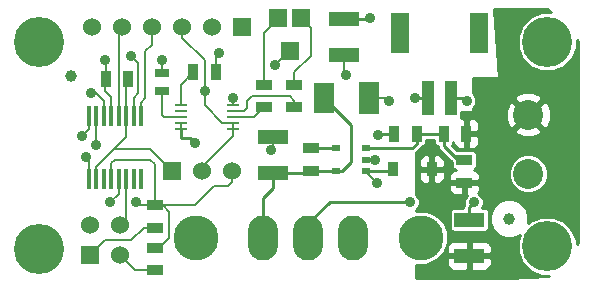
<source format=gtl>
G04 (created by PCBNEW (2013-04-19 BZR 4011)-stable) date 20/07/2014 14:52:58*
%MOIN*%
G04 Gerber Fmt 3.4, Leading zero omitted, Abs format*
%FSLAX34Y34*%
G01*
G70*
G90*
G04 APERTURE LIST*
%ADD10C,0*%
%ADD11R,0.0708661X0.0984252*%
%ADD12R,0.0708661X0.106299*%
%ADD13R,0.1X0.05*%
%ADD14R,0.055X0.035*%
%ADD15R,0.035X0.055*%
%ADD16R,0.0358X0.048*%
%ADD17C,0.0393701*%
%ADD18O,0.1X0.15*%
%ADD19C,0.15*%
%ADD20R,0.0393701X0.11811*%
%ADD21R,0.0590551X0.133858*%
%ADD22R,0.0590551X0.0590551*%
%ADD23R,0.06X0.06*%
%ADD24C,0.06*%
%ADD25R,0.0394X0.0106*%
%ADD26R,0.045X0.025*%
%ADD27R,0.03X0.02*%
%ADD28C,0.1*%
%ADD29C,0.167*%
%ADD30R,0.016X0.065*%
%ADD31C,0.035*%
%ADD32C,0.01*%
%ADD33C,0.008*%
G04 APERTURE END LIST*
G54D10*
G54D11*
X61850Y-40551D03*
G54D12*
X63346Y-40551D03*
G54D13*
X66692Y-45796D03*
X66692Y-44596D03*
G54D14*
X60866Y-40847D03*
X60866Y-40097D03*
X59842Y-40847D03*
X59842Y-40097D03*
G54D15*
X57499Y-39685D03*
X58249Y-39685D03*
G54D16*
X64159Y-42913D03*
X65447Y-42913D03*
G54D14*
X61417Y-42973D03*
X61417Y-42223D03*
X56220Y-45530D03*
X56220Y-46280D03*
X66535Y-42617D03*
X66535Y-43367D03*
G54D15*
X64941Y-41732D03*
X64191Y-41732D03*
G54D17*
X68031Y-44566D03*
X53425Y-39803D03*
G54D18*
X59838Y-45196D03*
X61338Y-45196D03*
X62838Y-45196D03*
G54D19*
X57588Y-45196D03*
X65088Y-45196D03*
G54D20*
X65314Y-40551D03*
X66102Y-40551D03*
G54D21*
X64389Y-38385D03*
X67027Y-38385D03*
G54D22*
X60708Y-38976D03*
X60334Y-37874D03*
X61082Y-37874D03*
G54D23*
X56795Y-42992D03*
G54D24*
X57795Y-42992D03*
X58795Y-42992D03*
G54D23*
X54066Y-45775D03*
G54D24*
X54066Y-44775D03*
X55066Y-45775D03*
X55066Y-44775D03*
G54D23*
X59114Y-38188D03*
G54D24*
X58114Y-38188D03*
X57114Y-38188D03*
X56114Y-38188D03*
X55114Y-38188D03*
X54114Y-38188D03*
G54D15*
X55335Y-39921D03*
X54585Y-39921D03*
X65845Y-41732D03*
X66595Y-41732D03*
G54D13*
X60157Y-43040D03*
X60157Y-41840D03*
X62519Y-39103D03*
X62519Y-37903D03*
G54D25*
X58827Y-41581D03*
X58827Y-41381D03*
X58827Y-41181D03*
X58827Y-40981D03*
X58827Y-40781D03*
X57077Y-40781D03*
X57077Y-40981D03*
X57077Y-41181D03*
X57077Y-41381D03*
X57077Y-41581D03*
G54D26*
X56456Y-40300D03*
X56456Y-39700D03*
G54D14*
X56220Y-44113D03*
X56220Y-44863D03*
G54D27*
X63255Y-42973D03*
X63255Y-42223D03*
X62255Y-42973D03*
X63255Y-42598D03*
X62255Y-42223D03*
G54D28*
X68661Y-41102D03*
X68661Y-43070D03*
G54D29*
X52362Y-38673D03*
X52362Y-45562D03*
X69291Y-45484D03*
X69291Y-38673D03*
G54D30*
X55006Y-41154D03*
X54756Y-41154D03*
X54506Y-41154D03*
X54256Y-41154D03*
X55756Y-43254D03*
X55756Y-41154D03*
X55506Y-41154D03*
X55256Y-41154D03*
X54006Y-43254D03*
X54256Y-43254D03*
X54506Y-43254D03*
X54756Y-43254D03*
X55006Y-43254D03*
X55256Y-43254D03*
X54006Y-41154D03*
X55506Y-43254D03*
G54D31*
X55590Y-44015D03*
X62598Y-39763D03*
X54094Y-40393D03*
X53937Y-42519D03*
X53779Y-41811D03*
X55433Y-39133D03*
X54251Y-42125D03*
X57874Y-40314D03*
X60236Y-39448D03*
X66614Y-40629D03*
X64724Y-44015D03*
X57559Y-42047D03*
X64881Y-40551D03*
X63661Y-41771D03*
X60078Y-42283D03*
X54724Y-44015D03*
X58818Y-40551D03*
X58346Y-39055D03*
X56456Y-39291D03*
X54566Y-39291D03*
X63385Y-37874D03*
X66850Y-44015D03*
X63543Y-42598D03*
X64015Y-40629D03*
X63622Y-43385D03*
G54D32*
X59838Y-45196D02*
X59838Y-43862D01*
X60157Y-43543D02*
X60157Y-43040D01*
X59838Y-43862D02*
X60157Y-43543D01*
X62255Y-42973D02*
X62459Y-42973D01*
X62755Y-41456D02*
X61850Y-40551D01*
X62755Y-42677D02*
X62755Y-41456D01*
X62459Y-42973D02*
X62755Y-42677D01*
X62255Y-42973D02*
X61417Y-42973D01*
X60157Y-43040D02*
X61349Y-43040D01*
X61349Y-43040D02*
X61417Y-42973D01*
G54D33*
X54842Y-42244D02*
X56047Y-42244D01*
X56047Y-42244D02*
X56795Y-42992D01*
X54256Y-43254D02*
X54256Y-42829D01*
X55256Y-41829D02*
X55256Y-41154D01*
X54256Y-42829D02*
X54842Y-42244D01*
X54842Y-42244D02*
X55256Y-41829D01*
X55256Y-41154D02*
X55256Y-40000D01*
X55256Y-40000D02*
X55335Y-39921D01*
X55687Y-44113D02*
X55590Y-44015D01*
X56220Y-44113D02*
X55687Y-44113D01*
X54756Y-43254D02*
X54756Y-42723D01*
X56220Y-42755D02*
X56220Y-44113D01*
X56062Y-42598D02*
X56220Y-42755D01*
X54881Y-42598D02*
X56062Y-42598D01*
X54756Y-42723D02*
X54881Y-42598D01*
X62519Y-39685D02*
X62519Y-39103D01*
X62598Y-39763D02*
X62519Y-39685D01*
X56220Y-44113D02*
X57540Y-44113D01*
X58795Y-43330D02*
X58795Y-42992D01*
X58661Y-43464D02*
X58795Y-43330D01*
X58188Y-43464D02*
X58661Y-43464D01*
X57540Y-44113D02*
X58188Y-43464D01*
X56220Y-45530D02*
X56359Y-45530D01*
X56475Y-44113D02*
X56220Y-44113D01*
X56692Y-44330D02*
X56475Y-44113D01*
X56692Y-45196D02*
X56692Y-44330D01*
X56359Y-45530D02*
X56692Y-45196D01*
X54506Y-41154D02*
X54506Y-40648D01*
X54251Y-40393D02*
X54094Y-40393D01*
X54506Y-40648D02*
X54251Y-40393D01*
X54006Y-43254D02*
X54006Y-42589D01*
X54006Y-42589D02*
X53937Y-42519D01*
X54006Y-41583D02*
X54006Y-41154D01*
X53779Y-41811D02*
X54006Y-41583D01*
X56220Y-44863D02*
X55845Y-44863D01*
X54566Y-45275D02*
X54066Y-45775D01*
X55433Y-45275D02*
X54566Y-45275D01*
X55845Y-44863D02*
X55433Y-45275D01*
X56220Y-46280D02*
X55571Y-46280D01*
X55571Y-46280D02*
X55066Y-45775D01*
X55506Y-41154D02*
X55506Y-40556D01*
X55669Y-39370D02*
X55433Y-39133D01*
X55669Y-40393D02*
X55669Y-39370D01*
X55506Y-40556D02*
X55669Y-40393D01*
X55006Y-41154D02*
X55006Y-38296D01*
X55006Y-38296D02*
X55114Y-38188D01*
X55256Y-43254D02*
X55256Y-44585D01*
X55256Y-44585D02*
X55066Y-44775D01*
X55756Y-41154D02*
X55756Y-40699D01*
X56114Y-38767D02*
X56114Y-38188D01*
X55905Y-38976D02*
X56114Y-38767D01*
X55905Y-40551D02*
X55905Y-38976D01*
X55756Y-40699D02*
X55905Y-40551D01*
X54256Y-41154D02*
X54256Y-42121D01*
X54256Y-42121D02*
X54251Y-42125D01*
X60708Y-38976D02*
X60236Y-39448D01*
X58827Y-41381D02*
X58467Y-41381D01*
X57114Y-38531D02*
X57114Y-38188D01*
X57874Y-39291D02*
X57114Y-38531D01*
X57874Y-40787D02*
X57874Y-40314D01*
X57874Y-40314D02*
X57874Y-39291D01*
X58467Y-41381D02*
X57874Y-40787D01*
X58827Y-41381D02*
X58827Y-41581D01*
X57795Y-42992D02*
X57795Y-42834D01*
X58827Y-41802D02*
X58827Y-41581D01*
X57795Y-42834D02*
X58827Y-41802D01*
G54D32*
X66535Y-40551D02*
X66102Y-40551D01*
X66614Y-40629D02*
X66535Y-40551D01*
X62047Y-44015D02*
X64724Y-44015D01*
G54D33*
X57077Y-41581D02*
X57077Y-41381D01*
G54D32*
X57077Y-41880D02*
X57077Y-41581D01*
X57086Y-41889D02*
X57077Y-41880D01*
X57401Y-41889D02*
X57086Y-41889D01*
X57559Y-42047D02*
X57401Y-41889D01*
X61338Y-45196D02*
X61338Y-44724D01*
X61338Y-44724D02*
X62047Y-44015D01*
X65314Y-40551D02*
X64881Y-40551D01*
X64191Y-41732D02*
X63700Y-41732D01*
X63700Y-41732D02*
X63661Y-41771D01*
G54D33*
X60157Y-41840D02*
X60157Y-42204D01*
X60157Y-42204D02*
X60078Y-42283D01*
X55006Y-43254D02*
X55006Y-43733D01*
X55006Y-43733D02*
X54724Y-44015D01*
X58827Y-40781D02*
X58827Y-40560D01*
X58827Y-40560D02*
X58818Y-40551D01*
X58249Y-39685D02*
X58249Y-39152D01*
X58249Y-39152D02*
X58346Y-39055D01*
X56456Y-39700D02*
X56456Y-39291D01*
X54585Y-39921D02*
X54585Y-39310D01*
X54585Y-39310D02*
X54566Y-39291D01*
X54756Y-41154D02*
X54756Y-40504D01*
X54566Y-39939D02*
X54585Y-39921D01*
X54566Y-40314D02*
X54566Y-39939D01*
X54724Y-40472D02*
X54566Y-40314D01*
X54756Y-40504D02*
X54724Y-40472D01*
G54D32*
X62519Y-37903D02*
X63355Y-37903D01*
X63355Y-37903D02*
X63385Y-37874D01*
X66692Y-44596D02*
X66692Y-44173D01*
X66692Y-44173D02*
X66850Y-44015D01*
X63255Y-42598D02*
X63543Y-42598D01*
G54D33*
X57077Y-40781D02*
X57077Y-40106D01*
X57077Y-40106D02*
X57499Y-39685D01*
X57077Y-41181D02*
X56535Y-41181D01*
X56456Y-41102D02*
X56456Y-40300D01*
X56535Y-41181D02*
X56456Y-41102D01*
X59842Y-40097D02*
X59842Y-38366D01*
X59842Y-38366D02*
X60334Y-37874D01*
X58827Y-40981D02*
X59176Y-40981D01*
X60866Y-40629D02*
X60866Y-40847D01*
X60708Y-40472D02*
X60866Y-40629D01*
X59448Y-40472D02*
X60708Y-40472D01*
X59291Y-40629D02*
X59448Y-40472D01*
X59291Y-40866D02*
X59291Y-40629D01*
X59176Y-40981D02*
X59291Y-40866D01*
X60866Y-40097D02*
X60866Y-39685D01*
X61417Y-38208D02*
X61082Y-37874D01*
X61417Y-39133D02*
X61417Y-38208D01*
X60866Y-39685D02*
X61417Y-39133D01*
X58827Y-41181D02*
X59508Y-41181D01*
X59508Y-41181D02*
X59842Y-40847D01*
G54D32*
X66535Y-42617D02*
X66317Y-42617D01*
X65845Y-42144D02*
X65845Y-41732D01*
X66317Y-42617D02*
X65845Y-42144D01*
X64941Y-41732D02*
X65845Y-41732D01*
X63255Y-42223D02*
X64784Y-42223D01*
X64941Y-42065D02*
X64941Y-41732D01*
X64784Y-42223D02*
X64941Y-42065D01*
X61417Y-42223D02*
X62255Y-42223D01*
G54D33*
X63255Y-42973D02*
X63255Y-43019D01*
X63937Y-40551D02*
X63346Y-40551D01*
X64015Y-40629D02*
X63937Y-40551D01*
X63255Y-43019D02*
X63622Y-43385D01*
G54D32*
X63255Y-42973D02*
X64099Y-42973D01*
X64099Y-42973D02*
X64159Y-42913D01*
G54D10*
G36*
X70312Y-45371D02*
X70276Y-45413D01*
X70276Y-45289D01*
X70126Y-44927D01*
X69850Y-44649D01*
X69488Y-44499D01*
X69415Y-44499D01*
X69415Y-41231D01*
X69407Y-40933D01*
X69308Y-40694D01*
X69192Y-40642D01*
X69121Y-40713D01*
X69121Y-40571D01*
X69069Y-40455D01*
X68790Y-40348D01*
X68492Y-40356D01*
X68253Y-40455D01*
X68201Y-40571D01*
X68661Y-41031D01*
X69121Y-40571D01*
X69121Y-40713D01*
X68732Y-41102D01*
X69192Y-41562D01*
X69308Y-41510D01*
X69415Y-41231D01*
X69415Y-44499D01*
X69311Y-44499D01*
X69311Y-42942D01*
X69212Y-42703D01*
X69121Y-42611D01*
X69121Y-41632D01*
X68661Y-41173D01*
X68590Y-41243D01*
X68590Y-41102D01*
X68130Y-40642D01*
X68014Y-40694D01*
X67907Y-40972D01*
X67915Y-41271D01*
X68014Y-41510D01*
X68130Y-41562D01*
X68590Y-41102D01*
X68590Y-41243D01*
X68201Y-41632D01*
X68253Y-41749D01*
X68531Y-41856D01*
X68830Y-41848D01*
X69069Y-41749D01*
X69121Y-41632D01*
X69121Y-42611D01*
X69030Y-42520D01*
X68791Y-42420D01*
X68532Y-42420D01*
X68293Y-42519D01*
X68110Y-42702D01*
X68011Y-42941D01*
X68011Y-43199D01*
X68110Y-43438D01*
X68292Y-43621D01*
X68531Y-43720D01*
X68790Y-43720D01*
X69029Y-43622D01*
X69212Y-43439D01*
X69311Y-43200D01*
X69311Y-42942D01*
X69311Y-44499D01*
X69096Y-44499D01*
X68734Y-44648D01*
X68660Y-44722D01*
X68671Y-44694D01*
X68672Y-44440D01*
X68574Y-44204D01*
X68394Y-44024D01*
X68159Y-43926D01*
X67904Y-43926D01*
X67669Y-44023D01*
X67488Y-44203D01*
X67391Y-44438D01*
X67390Y-44693D01*
X67488Y-44929D01*
X67668Y-45109D01*
X67903Y-45207D01*
X68158Y-45207D01*
X68377Y-45117D01*
X68306Y-45287D01*
X68306Y-45679D01*
X68455Y-46041D01*
X68732Y-46318D01*
X69094Y-46469D01*
X69361Y-46469D01*
X69346Y-46486D01*
X68002Y-46533D01*
X67442Y-46533D01*
X67442Y-46096D01*
X67442Y-45497D01*
X67404Y-45405D01*
X67342Y-45343D01*
X67342Y-44817D01*
X67342Y-44317D01*
X67320Y-44261D01*
X67277Y-44219D01*
X67222Y-44196D01*
X67163Y-44196D01*
X67127Y-44196D01*
X67175Y-44080D01*
X67175Y-43951D01*
X67126Y-43831D01*
X67034Y-43740D01*
X66985Y-43720D01*
X67022Y-43683D01*
X67060Y-43591D01*
X67060Y-43479D01*
X66997Y-43417D01*
X66585Y-43417D01*
X66585Y-43729D01*
X66631Y-43775D01*
X66575Y-43831D01*
X66525Y-43950D01*
X66525Y-44070D01*
X66508Y-44096D01*
X66492Y-44173D01*
X66492Y-44196D01*
X66485Y-44196D01*
X66485Y-43729D01*
X66485Y-43417D01*
X66072Y-43417D01*
X66010Y-43479D01*
X66010Y-43591D01*
X66048Y-43683D01*
X66118Y-43753D01*
X66210Y-43792D01*
X66309Y-43792D01*
X66422Y-43792D01*
X66485Y-43729D01*
X66485Y-44196D01*
X66163Y-44196D01*
X66108Y-44219D01*
X66065Y-44261D01*
X66042Y-44316D01*
X66042Y-44376D01*
X66042Y-44876D01*
X66065Y-44931D01*
X66107Y-44973D01*
X66162Y-44996D01*
X66222Y-44996D01*
X67222Y-44996D01*
X67277Y-44974D01*
X67320Y-44931D01*
X67342Y-44876D01*
X67342Y-44817D01*
X67342Y-45343D01*
X67334Y-45335D01*
X67242Y-45296D01*
X67143Y-45296D01*
X66805Y-45296D01*
X66742Y-45359D01*
X66742Y-45746D01*
X67380Y-45746D01*
X67442Y-45684D01*
X67442Y-45497D01*
X67442Y-46096D01*
X67442Y-45909D01*
X67380Y-45846D01*
X66742Y-45846D01*
X66742Y-46234D01*
X66805Y-46296D01*
X67143Y-46296D01*
X67242Y-46296D01*
X67334Y-46258D01*
X67404Y-46188D01*
X67442Y-46096D01*
X67442Y-46533D01*
X66642Y-46533D01*
X66642Y-46234D01*
X66642Y-45846D01*
X66642Y-45746D01*
X66642Y-45359D01*
X66580Y-45296D01*
X66242Y-45296D01*
X66142Y-45296D01*
X66051Y-45335D01*
X65980Y-45405D01*
X65942Y-45497D01*
X65942Y-45684D01*
X66005Y-45746D01*
X66642Y-45746D01*
X66642Y-45846D01*
X66005Y-45846D01*
X65942Y-45909D01*
X65942Y-46096D01*
X65980Y-46188D01*
X66051Y-46258D01*
X66142Y-46296D01*
X66242Y-46296D01*
X66580Y-46296D01*
X66642Y-46234D01*
X66642Y-46533D01*
X64931Y-46533D01*
X64931Y-46096D01*
X65266Y-46097D01*
X65597Y-45960D01*
X65851Y-45707D01*
X65988Y-45376D01*
X65988Y-45018D01*
X65876Y-44746D01*
X65876Y-43103D01*
X65876Y-42722D01*
X65876Y-42623D01*
X65837Y-42531D01*
X65767Y-42461D01*
X65675Y-42423D01*
X65559Y-42423D01*
X65497Y-42485D01*
X65497Y-42863D01*
X65813Y-42863D01*
X65876Y-42800D01*
X65876Y-42722D01*
X65876Y-43103D01*
X65876Y-43025D01*
X65813Y-42963D01*
X65497Y-42963D01*
X65497Y-43340D01*
X65559Y-43403D01*
X65675Y-43403D01*
X65767Y-43365D01*
X65837Y-43295D01*
X65876Y-43203D01*
X65876Y-43103D01*
X65876Y-44746D01*
X65852Y-44687D01*
X65599Y-44434D01*
X65397Y-44350D01*
X65397Y-43340D01*
X65397Y-42963D01*
X65397Y-42863D01*
X65397Y-42485D01*
X65334Y-42423D01*
X65218Y-42423D01*
X65126Y-42461D01*
X65056Y-42531D01*
X65018Y-42623D01*
X65018Y-42722D01*
X65018Y-42800D01*
X65080Y-42863D01*
X65397Y-42863D01*
X65397Y-42963D01*
X65080Y-42963D01*
X65018Y-43025D01*
X65018Y-43103D01*
X65018Y-43203D01*
X65056Y-43295D01*
X65126Y-43365D01*
X65218Y-43403D01*
X65334Y-43403D01*
X65397Y-43340D01*
X65397Y-44350D01*
X65268Y-44297D01*
X64931Y-44296D01*
X64931Y-44267D01*
X64999Y-44200D01*
X65049Y-44080D01*
X65049Y-43951D01*
X65000Y-43831D01*
X64931Y-43763D01*
X64931Y-42358D01*
X65083Y-42207D01*
X65083Y-42207D01*
X65116Y-42157D01*
X65146Y-42157D01*
X65201Y-42134D01*
X65244Y-42092D01*
X65266Y-42037D01*
X65266Y-41977D01*
X65266Y-41932D01*
X65520Y-41932D01*
X65520Y-42036D01*
X65543Y-42092D01*
X65585Y-42134D01*
X65640Y-42157D01*
X65647Y-42157D01*
X65660Y-42221D01*
X65704Y-42286D01*
X66110Y-42692D01*
X66110Y-42821D01*
X66133Y-42876D01*
X66175Y-42919D01*
X66230Y-42942D01*
X66260Y-42942D01*
X66210Y-42942D01*
X66118Y-42980D01*
X66048Y-43050D01*
X66010Y-43142D01*
X66010Y-43254D01*
X66072Y-43317D01*
X66485Y-43317D01*
X66485Y-43309D01*
X66585Y-43309D01*
X66585Y-43317D01*
X66997Y-43317D01*
X67060Y-43254D01*
X67060Y-43142D01*
X67022Y-43050D01*
X67020Y-43048D01*
X67020Y-41957D01*
X67020Y-41506D01*
X67020Y-41407D01*
X66982Y-41315D01*
X66911Y-41245D01*
X66819Y-41207D01*
X66707Y-41207D01*
X66645Y-41269D01*
X66645Y-41682D01*
X66957Y-41682D01*
X67020Y-41619D01*
X67020Y-41506D01*
X67020Y-41957D01*
X67020Y-41844D01*
X66957Y-41782D01*
X66645Y-41782D01*
X66645Y-42194D01*
X66707Y-42257D01*
X66819Y-42257D01*
X66911Y-42219D01*
X66982Y-42149D01*
X67020Y-42057D01*
X67020Y-41957D01*
X67020Y-43048D01*
X66952Y-42980D01*
X66860Y-42942D01*
X66840Y-42942D01*
X66895Y-42919D01*
X66937Y-42877D01*
X66960Y-42822D01*
X66960Y-42762D01*
X66960Y-42412D01*
X66937Y-42357D01*
X66895Y-42315D01*
X66840Y-42292D01*
X66780Y-42292D01*
X66275Y-42292D01*
X66111Y-42128D01*
X66147Y-42092D01*
X66170Y-42037D01*
X66170Y-42007D01*
X66170Y-42057D01*
X66208Y-42149D01*
X66279Y-42219D01*
X66370Y-42257D01*
X66482Y-42257D01*
X66545Y-42194D01*
X66545Y-41782D01*
X66537Y-41782D01*
X66537Y-41682D01*
X66545Y-41682D01*
X66545Y-41269D01*
X66482Y-41207D01*
X66412Y-41207D01*
X66429Y-41167D01*
X66429Y-41115D01*
X66429Y-40994D01*
X66821Y-40994D01*
X66821Y-40882D01*
X66889Y-40814D01*
X66939Y-40694D01*
X66939Y-40565D01*
X66889Y-40446D01*
X66821Y-40377D01*
X66821Y-39892D01*
X67691Y-39892D01*
X67535Y-37561D01*
X69275Y-37561D01*
X69298Y-37565D01*
X69413Y-37688D01*
X69096Y-37688D01*
X68734Y-37837D01*
X68456Y-38114D01*
X68306Y-38476D01*
X68306Y-38868D01*
X68455Y-39230D01*
X68732Y-39507D01*
X69094Y-39658D01*
X69486Y-39658D01*
X69848Y-39508D01*
X70125Y-39231D01*
X70276Y-38870D01*
X70276Y-38604D01*
X70312Y-38643D01*
X70312Y-45371D01*
X70312Y-45371D01*
G37*
G54D32*
X70312Y-45371D02*
X70276Y-45413D01*
X70276Y-45289D01*
X70126Y-44927D01*
X69850Y-44649D01*
X69488Y-44499D01*
X69415Y-44499D01*
X69415Y-41231D01*
X69407Y-40933D01*
X69308Y-40694D01*
X69192Y-40642D01*
X69121Y-40713D01*
X69121Y-40571D01*
X69069Y-40455D01*
X68790Y-40348D01*
X68492Y-40356D01*
X68253Y-40455D01*
X68201Y-40571D01*
X68661Y-41031D01*
X69121Y-40571D01*
X69121Y-40713D01*
X68732Y-41102D01*
X69192Y-41562D01*
X69308Y-41510D01*
X69415Y-41231D01*
X69415Y-44499D01*
X69311Y-44499D01*
X69311Y-42942D01*
X69212Y-42703D01*
X69121Y-42611D01*
X69121Y-41632D01*
X68661Y-41173D01*
X68590Y-41243D01*
X68590Y-41102D01*
X68130Y-40642D01*
X68014Y-40694D01*
X67907Y-40972D01*
X67915Y-41271D01*
X68014Y-41510D01*
X68130Y-41562D01*
X68590Y-41102D01*
X68590Y-41243D01*
X68201Y-41632D01*
X68253Y-41749D01*
X68531Y-41856D01*
X68830Y-41848D01*
X69069Y-41749D01*
X69121Y-41632D01*
X69121Y-42611D01*
X69030Y-42520D01*
X68791Y-42420D01*
X68532Y-42420D01*
X68293Y-42519D01*
X68110Y-42702D01*
X68011Y-42941D01*
X68011Y-43199D01*
X68110Y-43438D01*
X68292Y-43621D01*
X68531Y-43720D01*
X68790Y-43720D01*
X69029Y-43622D01*
X69212Y-43439D01*
X69311Y-43200D01*
X69311Y-42942D01*
X69311Y-44499D01*
X69096Y-44499D01*
X68734Y-44648D01*
X68660Y-44722D01*
X68671Y-44694D01*
X68672Y-44440D01*
X68574Y-44204D01*
X68394Y-44024D01*
X68159Y-43926D01*
X67904Y-43926D01*
X67669Y-44023D01*
X67488Y-44203D01*
X67391Y-44438D01*
X67390Y-44693D01*
X67488Y-44929D01*
X67668Y-45109D01*
X67903Y-45207D01*
X68158Y-45207D01*
X68377Y-45117D01*
X68306Y-45287D01*
X68306Y-45679D01*
X68455Y-46041D01*
X68732Y-46318D01*
X69094Y-46469D01*
X69361Y-46469D01*
X69346Y-46486D01*
X68002Y-46533D01*
X67442Y-46533D01*
X67442Y-46096D01*
X67442Y-45497D01*
X67404Y-45405D01*
X67342Y-45343D01*
X67342Y-44817D01*
X67342Y-44317D01*
X67320Y-44261D01*
X67277Y-44219D01*
X67222Y-44196D01*
X67163Y-44196D01*
X67127Y-44196D01*
X67175Y-44080D01*
X67175Y-43951D01*
X67126Y-43831D01*
X67034Y-43740D01*
X66985Y-43720D01*
X67022Y-43683D01*
X67060Y-43591D01*
X67060Y-43479D01*
X66997Y-43417D01*
X66585Y-43417D01*
X66585Y-43729D01*
X66631Y-43775D01*
X66575Y-43831D01*
X66525Y-43950D01*
X66525Y-44070D01*
X66508Y-44096D01*
X66492Y-44173D01*
X66492Y-44196D01*
X66485Y-44196D01*
X66485Y-43729D01*
X66485Y-43417D01*
X66072Y-43417D01*
X66010Y-43479D01*
X66010Y-43591D01*
X66048Y-43683D01*
X66118Y-43753D01*
X66210Y-43792D01*
X66309Y-43792D01*
X66422Y-43792D01*
X66485Y-43729D01*
X66485Y-44196D01*
X66163Y-44196D01*
X66108Y-44219D01*
X66065Y-44261D01*
X66042Y-44316D01*
X66042Y-44376D01*
X66042Y-44876D01*
X66065Y-44931D01*
X66107Y-44973D01*
X66162Y-44996D01*
X66222Y-44996D01*
X67222Y-44996D01*
X67277Y-44974D01*
X67320Y-44931D01*
X67342Y-44876D01*
X67342Y-44817D01*
X67342Y-45343D01*
X67334Y-45335D01*
X67242Y-45296D01*
X67143Y-45296D01*
X66805Y-45296D01*
X66742Y-45359D01*
X66742Y-45746D01*
X67380Y-45746D01*
X67442Y-45684D01*
X67442Y-45497D01*
X67442Y-46096D01*
X67442Y-45909D01*
X67380Y-45846D01*
X66742Y-45846D01*
X66742Y-46234D01*
X66805Y-46296D01*
X67143Y-46296D01*
X67242Y-46296D01*
X67334Y-46258D01*
X67404Y-46188D01*
X67442Y-46096D01*
X67442Y-46533D01*
X66642Y-46533D01*
X66642Y-46234D01*
X66642Y-45846D01*
X66642Y-45746D01*
X66642Y-45359D01*
X66580Y-45296D01*
X66242Y-45296D01*
X66142Y-45296D01*
X66051Y-45335D01*
X65980Y-45405D01*
X65942Y-45497D01*
X65942Y-45684D01*
X66005Y-45746D01*
X66642Y-45746D01*
X66642Y-45846D01*
X66005Y-45846D01*
X65942Y-45909D01*
X65942Y-46096D01*
X65980Y-46188D01*
X66051Y-46258D01*
X66142Y-46296D01*
X66242Y-46296D01*
X66580Y-46296D01*
X66642Y-46234D01*
X66642Y-46533D01*
X64931Y-46533D01*
X64931Y-46096D01*
X65266Y-46097D01*
X65597Y-45960D01*
X65851Y-45707D01*
X65988Y-45376D01*
X65988Y-45018D01*
X65876Y-44746D01*
X65876Y-43103D01*
X65876Y-42722D01*
X65876Y-42623D01*
X65837Y-42531D01*
X65767Y-42461D01*
X65675Y-42423D01*
X65559Y-42423D01*
X65497Y-42485D01*
X65497Y-42863D01*
X65813Y-42863D01*
X65876Y-42800D01*
X65876Y-42722D01*
X65876Y-43103D01*
X65876Y-43025D01*
X65813Y-42963D01*
X65497Y-42963D01*
X65497Y-43340D01*
X65559Y-43403D01*
X65675Y-43403D01*
X65767Y-43365D01*
X65837Y-43295D01*
X65876Y-43203D01*
X65876Y-43103D01*
X65876Y-44746D01*
X65852Y-44687D01*
X65599Y-44434D01*
X65397Y-44350D01*
X65397Y-43340D01*
X65397Y-42963D01*
X65397Y-42863D01*
X65397Y-42485D01*
X65334Y-42423D01*
X65218Y-42423D01*
X65126Y-42461D01*
X65056Y-42531D01*
X65018Y-42623D01*
X65018Y-42722D01*
X65018Y-42800D01*
X65080Y-42863D01*
X65397Y-42863D01*
X65397Y-42963D01*
X65080Y-42963D01*
X65018Y-43025D01*
X65018Y-43103D01*
X65018Y-43203D01*
X65056Y-43295D01*
X65126Y-43365D01*
X65218Y-43403D01*
X65334Y-43403D01*
X65397Y-43340D01*
X65397Y-44350D01*
X65268Y-44297D01*
X64931Y-44296D01*
X64931Y-44267D01*
X64999Y-44200D01*
X65049Y-44080D01*
X65049Y-43951D01*
X65000Y-43831D01*
X64931Y-43763D01*
X64931Y-42358D01*
X65083Y-42207D01*
X65083Y-42207D01*
X65116Y-42157D01*
X65146Y-42157D01*
X65201Y-42134D01*
X65244Y-42092D01*
X65266Y-42037D01*
X65266Y-41977D01*
X65266Y-41932D01*
X65520Y-41932D01*
X65520Y-42036D01*
X65543Y-42092D01*
X65585Y-42134D01*
X65640Y-42157D01*
X65647Y-42157D01*
X65660Y-42221D01*
X65704Y-42286D01*
X66110Y-42692D01*
X66110Y-42821D01*
X66133Y-42876D01*
X66175Y-42919D01*
X66230Y-42942D01*
X66260Y-42942D01*
X66210Y-42942D01*
X66118Y-42980D01*
X66048Y-43050D01*
X66010Y-43142D01*
X66010Y-43254D01*
X66072Y-43317D01*
X66485Y-43317D01*
X66485Y-43309D01*
X66585Y-43309D01*
X66585Y-43317D01*
X66997Y-43317D01*
X67060Y-43254D01*
X67060Y-43142D01*
X67022Y-43050D01*
X67020Y-43048D01*
X67020Y-41957D01*
X67020Y-41506D01*
X67020Y-41407D01*
X66982Y-41315D01*
X66911Y-41245D01*
X66819Y-41207D01*
X66707Y-41207D01*
X66645Y-41269D01*
X66645Y-41682D01*
X66957Y-41682D01*
X67020Y-41619D01*
X67020Y-41506D01*
X67020Y-41957D01*
X67020Y-41844D01*
X66957Y-41782D01*
X66645Y-41782D01*
X66645Y-42194D01*
X66707Y-42257D01*
X66819Y-42257D01*
X66911Y-42219D01*
X66982Y-42149D01*
X67020Y-42057D01*
X67020Y-41957D01*
X67020Y-43048D01*
X66952Y-42980D01*
X66860Y-42942D01*
X66840Y-42942D01*
X66895Y-42919D01*
X66937Y-42877D01*
X66960Y-42822D01*
X66960Y-42762D01*
X66960Y-42412D01*
X66937Y-42357D01*
X66895Y-42315D01*
X66840Y-42292D01*
X66780Y-42292D01*
X66275Y-42292D01*
X66111Y-42128D01*
X66147Y-42092D01*
X66170Y-42037D01*
X66170Y-42007D01*
X66170Y-42057D01*
X66208Y-42149D01*
X66279Y-42219D01*
X66370Y-42257D01*
X66482Y-42257D01*
X66545Y-42194D01*
X66545Y-41782D01*
X66537Y-41782D01*
X66537Y-41682D01*
X66545Y-41682D01*
X66545Y-41269D01*
X66482Y-41207D01*
X66412Y-41207D01*
X66429Y-41167D01*
X66429Y-41115D01*
X66429Y-40994D01*
X66821Y-40994D01*
X66821Y-40882D01*
X66889Y-40814D01*
X66939Y-40694D01*
X66939Y-40565D01*
X66889Y-40446D01*
X66821Y-40377D01*
X66821Y-39892D01*
X67691Y-39892D01*
X67535Y-37561D01*
X69275Y-37561D01*
X69298Y-37565D01*
X69413Y-37688D01*
X69096Y-37688D01*
X68734Y-37837D01*
X68456Y-38114D01*
X68306Y-38476D01*
X68306Y-38868D01*
X68455Y-39230D01*
X68732Y-39507D01*
X69094Y-39658D01*
X69486Y-39658D01*
X69848Y-39508D01*
X70125Y-39231D01*
X70276Y-38870D01*
X70276Y-38604D01*
X70312Y-38643D01*
X70312Y-45371D01*
M02*

</source>
